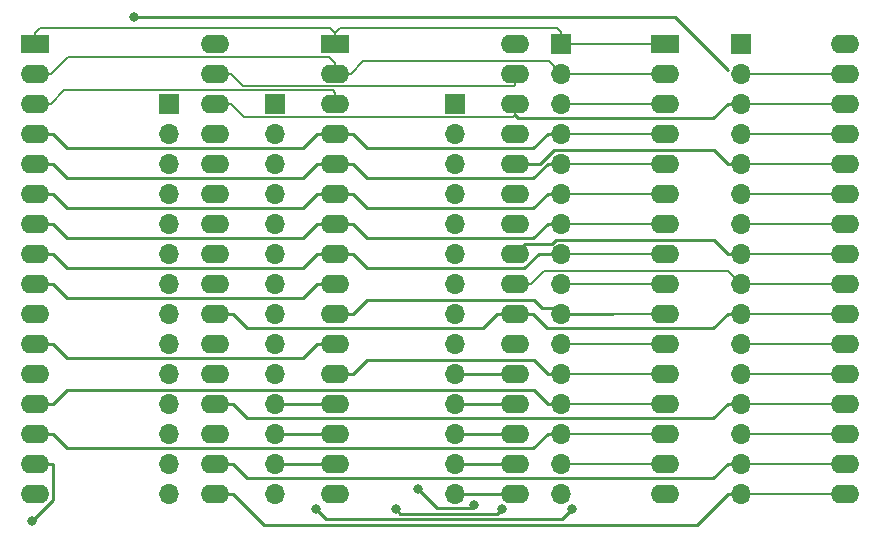
<source format=gbr>
G04 #@! TF.GenerationSoftware,KiCad,Pcbnew,(5.1.5-0-10_14)*
G04 #@! TF.CreationDate,2021-06-27T02:44:24+01:00*
G04 #@! TF.ProjectId,flash-rom-expansion,666c6173-682d-4726-9f6d-2d657870616e,rev?*
G04 #@! TF.SameCoordinates,Original*
G04 #@! TF.FileFunction,Copper,L1,Top*
G04 #@! TF.FilePolarity,Positive*
%FSLAX46Y46*%
G04 Gerber Fmt 4.6, Leading zero omitted, Abs format (unit mm)*
G04 Created by KiCad (PCBNEW (5.1.5-0-10_14)) date 2021-06-27 02:44:24*
%MOMM*%
%LPD*%
G04 APERTURE LIST*
%ADD10O,1.700000X1.700000*%
%ADD11R,1.700000X1.700000*%
%ADD12O,2.400000X1.600000*%
%ADD13R,2.400000X1.600000*%
%ADD14C,0.800000*%
%ADD15C,0.250000*%
%ADD16C,0.130000*%
G04 APERTURE END LIST*
D10*
X108060000Y-99060000D03*
X108060000Y-96520000D03*
X108060000Y-93980000D03*
X108060000Y-91440000D03*
X108060000Y-88900000D03*
X108060000Y-86360000D03*
X108060000Y-83820000D03*
X108060000Y-81280000D03*
X108060000Y-78740000D03*
X108060000Y-76200000D03*
X108060000Y-73660000D03*
X108060000Y-71120000D03*
X108060000Y-68580000D03*
X108060000Y-66040000D03*
X108060000Y-63500000D03*
D11*
X108060000Y-60960000D03*
D10*
X92820000Y-99060000D03*
X92820000Y-96520000D03*
X92820000Y-93980000D03*
X92820000Y-91440000D03*
X92820000Y-88900000D03*
X92820000Y-86360000D03*
X92820000Y-83820000D03*
X92820000Y-81280000D03*
X92820000Y-78740000D03*
X92820000Y-76200000D03*
X92820000Y-73660000D03*
X92820000Y-71120000D03*
X92820000Y-68580000D03*
X92820000Y-66040000D03*
X92820000Y-63500000D03*
D11*
X92820000Y-60960000D03*
D10*
X83820000Y-99080000D03*
X83820000Y-96540000D03*
X83820000Y-94000000D03*
X83820000Y-91460000D03*
X83820000Y-88920000D03*
X83820000Y-86380000D03*
X83820000Y-83840000D03*
X83820000Y-81300000D03*
X83820000Y-78760000D03*
X83820000Y-76220000D03*
X83820000Y-73680000D03*
X83820000Y-71140000D03*
X83820000Y-68600000D03*
D11*
X83820000Y-66060000D03*
D10*
X68580000Y-99080000D03*
X68580000Y-96540000D03*
X68580000Y-94000000D03*
X68580000Y-91460000D03*
X68580000Y-88920000D03*
X68580000Y-86380000D03*
X68580000Y-83840000D03*
X68580000Y-81300000D03*
X68580000Y-78760000D03*
X68580000Y-76220000D03*
X68580000Y-73680000D03*
X68580000Y-71140000D03*
X68580000Y-68600000D03*
D11*
X68580000Y-66060000D03*
D10*
X59580000Y-99080000D03*
X59580000Y-96540000D03*
X59580000Y-94000000D03*
X59580000Y-91460000D03*
X59580000Y-88920000D03*
X59580000Y-86380000D03*
X59580000Y-83840000D03*
X59580000Y-81300000D03*
X59580000Y-78760000D03*
X59580000Y-76220000D03*
X59580000Y-73680000D03*
X59580000Y-71140000D03*
X59580000Y-68600000D03*
D11*
X59580000Y-66060000D03*
D12*
X88900000Y-60960000D03*
X73660000Y-99060000D03*
X88900000Y-63500000D03*
X73660000Y-96520000D03*
X88900000Y-66040000D03*
X73660000Y-93980000D03*
X88900000Y-68580000D03*
X73660000Y-91440000D03*
X88900000Y-71120000D03*
X73660000Y-88900000D03*
X88900000Y-73660000D03*
X73660000Y-86360000D03*
X88900000Y-76200000D03*
X73660000Y-83820000D03*
X88900000Y-78740000D03*
X73660000Y-81280000D03*
X88900000Y-81280000D03*
X73660000Y-78740000D03*
X88900000Y-83820000D03*
X73660000Y-76200000D03*
X88900000Y-86360000D03*
X73660000Y-73660000D03*
X88900000Y-88900000D03*
X73660000Y-71120000D03*
X88900000Y-91440000D03*
X73660000Y-68580000D03*
X88900000Y-93980000D03*
X73660000Y-66040000D03*
X88900000Y-96520000D03*
X73660000Y-63500000D03*
X88900000Y-99060000D03*
D13*
X73660000Y-60960000D03*
D12*
X63500000Y-60960000D03*
X48260000Y-99060000D03*
X63500000Y-63500000D03*
X48260000Y-96520000D03*
X63500000Y-66040000D03*
X48260000Y-93980000D03*
X63500000Y-68580000D03*
X48260000Y-91440000D03*
X63500000Y-71120000D03*
X48260000Y-88900000D03*
X63500000Y-73660000D03*
X48260000Y-86360000D03*
X63500000Y-76200000D03*
X48260000Y-83820000D03*
X63500000Y-78740000D03*
X48260000Y-81280000D03*
X63500000Y-81280000D03*
X48260000Y-78740000D03*
X63500000Y-83820000D03*
X48260000Y-76200000D03*
X63500000Y-86360000D03*
X48260000Y-73660000D03*
X63500000Y-88900000D03*
X48260000Y-71120000D03*
X63500000Y-91440000D03*
X48260000Y-68580000D03*
X63500000Y-93980000D03*
X48260000Y-66040000D03*
X63500000Y-96520000D03*
X48260000Y-63500000D03*
X63500000Y-99060000D03*
D13*
X48260000Y-60960000D03*
D12*
X116840000Y-60960000D03*
X101600000Y-99060000D03*
X116840000Y-63500000D03*
X101600000Y-96520000D03*
X116840000Y-66040000D03*
X101600000Y-93980000D03*
X116840000Y-68580000D03*
X101600000Y-91440000D03*
X116840000Y-71120000D03*
X101600000Y-88900000D03*
X116840000Y-73660000D03*
X101600000Y-86360000D03*
X116840000Y-76200000D03*
X101600000Y-83820000D03*
X116840000Y-78740000D03*
X101600000Y-81280000D03*
X116840000Y-81280000D03*
X101600000Y-78740000D03*
X116840000Y-83820000D03*
X101600000Y-76200000D03*
X116840000Y-86360000D03*
X101600000Y-73660000D03*
X116840000Y-88900000D03*
X101600000Y-71120000D03*
X116840000Y-91440000D03*
X101600000Y-68580000D03*
X116840000Y-93980000D03*
X101600000Y-66040000D03*
X116840000Y-96520000D03*
X101600000Y-63500000D03*
X116840000Y-99060000D03*
D13*
X101600000Y-60960000D03*
D14*
X56606000Y-58709200D03*
X48029800Y-101333500D03*
X80677200Y-98622900D03*
X85436800Y-100049900D03*
X78783900Y-100383600D03*
X87797200Y-100350400D03*
X72030700Y-100351400D03*
X93741100Y-100368900D03*
D15*
X106884700Y-63180100D02*
X102413800Y-58709200D01*
X102413800Y-58709200D02*
X56606000Y-58709200D01*
D16*
X112450000Y-63500000D02*
X116840000Y-63500000D01*
X108060000Y-63500000D02*
X112450000Y-63500000D01*
X48260000Y-66040000D02*
X49590000Y-66040000D01*
X49590000Y-66040000D02*
X50735000Y-64895000D01*
X50735000Y-64895000D02*
X73445000Y-64895000D01*
X73445000Y-64895000D02*
X73660000Y-65110000D01*
X73660000Y-65110000D02*
X73660000Y-66040000D01*
D15*
X48029800Y-101333500D02*
X49785300Y-99578000D01*
X49785300Y-99578000D02*
X49785300Y-96520000D01*
X48260000Y-96520000D02*
X49785300Y-96520000D01*
D16*
X92820000Y-96520000D02*
X101600000Y-96520000D01*
D15*
X108060000Y-66040000D02*
X106884700Y-66040000D01*
D16*
X88900000Y-66970000D02*
X88900000Y-66040000D01*
X63500000Y-66040000D02*
X64830000Y-66040000D01*
X64830000Y-66040000D02*
X65965000Y-67175000D01*
X65965000Y-67175000D02*
X88695000Y-67175000D01*
X88695000Y-67175000D02*
X88900000Y-66970000D01*
D15*
X106884700Y-66040000D02*
X105689400Y-67235300D01*
X105689400Y-67235300D02*
X89165300Y-67235300D01*
X89165300Y-67235300D02*
X88900000Y-66970000D01*
D16*
X108060000Y-66040000D02*
X116840000Y-66040000D01*
D15*
X48260000Y-93980000D02*
X49785300Y-93980000D01*
X92820000Y-93980000D02*
X91644700Y-93980000D01*
X91644700Y-93980000D02*
X90430400Y-95194300D01*
X90430400Y-95194300D02*
X50999600Y-95194300D01*
X50999600Y-95194300D02*
X49785300Y-93980000D01*
D16*
X92820000Y-93980000D02*
X101600000Y-93980000D01*
D15*
X48260000Y-91440000D02*
X49785300Y-91440000D01*
X92820000Y-91440000D02*
X91644700Y-91440000D01*
X91644700Y-91440000D02*
X90476300Y-90271600D01*
X90476300Y-90271600D02*
X50953700Y-90271600D01*
X50953700Y-90271600D02*
X49785300Y-91440000D01*
D16*
X92820000Y-91440000D02*
X101600000Y-91440000D01*
D15*
X108060000Y-71120000D02*
X106884700Y-71120000D01*
X106884700Y-71120000D02*
X105701700Y-69937000D01*
X105701700Y-69937000D02*
X92190800Y-69937000D01*
X92190800Y-69937000D02*
X91007800Y-71120000D01*
X91007800Y-71120000D02*
X88900000Y-71120000D01*
D16*
X108060000Y-71120000D02*
X116840000Y-71120000D01*
D15*
X92820000Y-88900000D02*
X91644700Y-88900000D01*
X73660000Y-88900000D02*
X75185300Y-88900000D01*
X75185300Y-88900000D02*
X76342100Y-87743200D01*
X76342100Y-87743200D02*
X90487900Y-87743200D01*
X90487900Y-87743200D02*
X91644700Y-88900000D01*
D16*
X92820000Y-88900000D02*
X101600000Y-88900000D01*
X108060000Y-73660000D02*
X116840000Y-73660000D01*
D15*
X48260000Y-86360000D02*
X49785300Y-86360000D01*
X73660000Y-86360000D02*
X72134700Y-86360000D01*
X72134700Y-86360000D02*
X70925400Y-87569300D01*
X70925400Y-87569300D02*
X50994600Y-87569300D01*
X50994600Y-87569300D02*
X49785300Y-86360000D01*
D16*
X92820000Y-86360000D02*
X101600000Y-86360000D01*
X108060000Y-76200000D02*
X116840000Y-76200000D01*
D15*
X73660000Y-83820000D02*
X75185300Y-83820000D01*
X97210000Y-83820000D02*
X93172000Y-83820000D01*
X93172000Y-83820000D02*
X92721600Y-83369600D01*
X92721600Y-83369600D02*
X91210600Y-83369600D01*
X91210600Y-83369600D02*
X90485700Y-82644700D01*
X90485700Y-82644700D02*
X76360600Y-82644700D01*
X76360600Y-82644700D02*
X75185300Y-83820000D01*
D16*
X97210000Y-83820000D02*
X101600000Y-83820000D01*
X92820000Y-83820000D02*
X97210000Y-83820000D01*
D15*
X108060000Y-78740000D02*
X106884700Y-78740000D01*
X106884700Y-78740000D02*
X105709300Y-77564600D01*
X105709300Y-77564600D02*
X92333100Y-77564600D01*
X92333100Y-77564600D02*
X91989400Y-77908300D01*
X91989400Y-77908300D02*
X89731700Y-77908300D01*
X89731700Y-77908300D02*
X88900000Y-78740000D01*
D16*
X108060000Y-78740000D02*
X116840000Y-78740000D01*
X92820000Y-81280000D02*
X101600000Y-81280000D01*
D15*
X73660000Y-81280000D02*
X72134700Y-81280000D01*
X48260000Y-81280000D02*
X49785300Y-81280000D01*
X49785300Y-81280000D02*
X50994500Y-82489200D01*
X50994500Y-82489200D02*
X70925500Y-82489200D01*
X70925500Y-82489200D02*
X72134700Y-81280000D01*
X85436800Y-100049900D02*
X85215800Y-100270900D01*
X85215800Y-100270900D02*
X82325200Y-100270900D01*
X82325200Y-100270900D02*
X80677200Y-98622900D01*
D16*
X88900000Y-81280000D02*
X90230000Y-81280000D01*
X90230000Y-81280000D02*
X91345000Y-80165000D01*
X91345000Y-80165000D02*
X106945000Y-80165000D01*
X106945000Y-80165000D02*
X108060000Y-81280000D01*
X108060000Y-81280000D02*
X116840000Y-81280000D01*
D15*
X73660000Y-78740000D02*
X72134700Y-78740000D01*
X48260000Y-78740000D02*
X49785300Y-78740000D01*
X49785300Y-78740000D02*
X50994600Y-79949300D01*
X50994600Y-79949300D02*
X70925400Y-79949300D01*
X70925400Y-79949300D02*
X72134700Y-78740000D01*
X73660000Y-78740000D02*
X75185300Y-78740000D01*
X92820000Y-78740000D02*
X90891500Y-78740000D01*
X90891500Y-78740000D02*
X89682200Y-79949300D01*
X89682200Y-79949300D02*
X76394600Y-79949300D01*
X76394600Y-79949300D02*
X75185300Y-78740000D01*
D16*
X92820000Y-78740000D02*
X101600000Y-78740000D01*
D15*
X88900000Y-83820000D02*
X87374700Y-83820000D01*
X63500000Y-83820000D02*
X65025300Y-83820000D01*
X65025300Y-83820000D02*
X66234600Y-85029300D01*
X66234600Y-85029300D02*
X86165400Y-85029300D01*
X86165400Y-85029300D02*
X87374700Y-83820000D01*
X88900000Y-83820000D02*
X90425300Y-83820000D01*
X108060000Y-83820000D02*
X106884700Y-83820000D01*
X106884700Y-83820000D02*
X105690800Y-85013900D01*
X105690800Y-85013900D02*
X91619200Y-85013900D01*
X91619200Y-85013900D02*
X90425300Y-83820000D01*
D16*
X108060000Y-83820000D02*
X116840000Y-83820000D01*
D15*
X73660000Y-76200000D02*
X75185300Y-76200000D01*
X92820000Y-76200000D02*
X91644700Y-76200000D01*
X91644700Y-76200000D02*
X90449400Y-77395300D01*
X90449400Y-77395300D02*
X76380600Y-77395300D01*
X76380600Y-77395300D02*
X75185300Y-76200000D01*
D16*
X92820000Y-76200000D02*
X101600000Y-76200000D01*
D15*
X48260000Y-76200000D02*
X49785300Y-76200000D01*
X73660000Y-76200000D02*
X72134700Y-76200000D01*
X72134700Y-76200000D02*
X70925400Y-77409300D01*
X70925400Y-77409300D02*
X50994600Y-77409300D01*
X50994600Y-77409300D02*
X49785300Y-76200000D01*
D16*
X108060000Y-86360000D02*
X116840000Y-86360000D01*
D15*
X48260000Y-73660000D02*
X49785300Y-73660000D01*
X92820000Y-73660000D02*
X91644700Y-73660000D01*
X73660000Y-73660000D02*
X72134700Y-73660000D01*
X72134700Y-73660000D02*
X70925400Y-74869300D01*
X70925400Y-74869300D02*
X50994600Y-74869300D01*
X50994600Y-74869300D02*
X49785300Y-73660000D01*
X74422700Y-73660000D02*
X73660000Y-73660000D01*
X74422700Y-73660000D02*
X75185300Y-73660000D01*
X91644700Y-73660000D02*
X90435400Y-74869300D01*
X90435400Y-74869300D02*
X76394600Y-74869300D01*
X76394600Y-74869300D02*
X75185300Y-73660000D01*
D16*
X92820000Y-73660000D02*
X101600000Y-73660000D01*
D15*
X78783900Y-100383600D02*
X79177800Y-100777500D01*
X79177800Y-100777500D02*
X87370100Y-100777500D01*
X87370100Y-100777500D02*
X87797200Y-100350400D01*
D16*
X108060000Y-88900000D02*
X116840000Y-88900000D01*
D15*
X92820000Y-71120000D02*
X91644700Y-71120000D01*
X73660000Y-71120000D02*
X75185300Y-71120000D01*
X91644700Y-71120000D02*
X90435400Y-72329300D01*
X90435400Y-72329300D02*
X76394600Y-72329300D01*
X76394600Y-72329300D02*
X75185300Y-71120000D01*
D16*
X92820000Y-71120000D02*
X101600000Y-71120000D01*
D15*
X73660000Y-71120000D02*
X72134700Y-71120000D01*
X48260000Y-71120000D02*
X49785300Y-71120000D01*
X49785300Y-71120000D02*
X50994600Y-72329300D01*
X50994600Y-72329300D02*
X70925400Y-72329300D01*
X70925400Y-72329300D02*
X72134700Y-71120000D01*
X63500000Y-91440000D02*
X65025300Y-91440000D01*
X108060000Y-91440000D02*
X106884700Y-91440000D01*
X106884700Y-91440000D02*
X105675600Y-92649100D01*
X105675600Y-92649100D02*
X66234400Y-92649100D01*
X66234400Y-92649100D02*
X65025300Y-91440000D01*
D16*
X108060000Y-91440000D02*
X116840000Y-91440000D01*
D15*
X73660000Y-68580000D02*
X75185300Y-68580000D01*
X92820000Y-68580000D02*
X91644700Y-68580000D01*
X91644700Y-68580000D02*
X90435400Y-69789300D01*
X90435400Y-69789300D02*
X76394600Y-69789300D01*
X76394600Y-69789300D02*
X75185300Y-68580000D01*
D16*
X92820000Y-68580000D02*
X101600000Y-68580000D01*
D15*
X73660000Y-68580000D02*
X72134700Y-68580000D01*
X48260000Y-68580000D02*
X49785300Y-68580000D01*
X49785300Y-68580000D02*
X50994600Y-69789300D01*
X50994600Y-69789300D02*
X70925400Y-69789300D01*
X70925400Y-69789300D02*
X72134700Y-68580000D01*
X93741100Y-100368900D02*
X92882200Y-101227800D01*
X92882200Y-101227800D02*
X72907100Y-101227800D01*
X72907100Y-101227800D02*
X72030700Y-100351400D01*
D16*
X108060000Y-93980000D02*
X116840000Y-93980000D01*
X92820000Y-66040000D02*
X101600000Y-66040000D01*
D15*
X63500000Y-96520000D02*
X65025300Y-96520000D01*
X108060000Y-96520000D02*
X106884700Y-96520000D01*
X106884700Y-96520000D02*
X105675400Y-97729300D01*
X105675400Y-97729300D02*
X66234600Y-97729300D01*
X66234600Y-97729300D02*
X65025300Y-96520000D01*
D16*
X108060000Y-96520000D02*
X116840000Y-96520000D01*
X92820000Y-63500000D02*
X101600000Y-63500000D01*
X73660000Y-63500000D02*
X74990000Y-63500000D01*
X74990000Y-63500000D02*
X76055000Y-62435000D01*
X76055000Y-62435000D02*
X91755000Y-62435000D01*
X91755000Y-62435000D02*
X92820000Y-63500000D01*
X48260000Y-63500000D02*
X49590000Y-63500000D01*
X49590000Y-63500000D02*
X51045000Y-62045000D01*
X51045000Y-62045000D02*
X73135000Y-62045000D01*
X73135000Y-62045000D02*
X73660000Y-62570000D01*
X73660000Y-62570000D02*
X73660000Y-63500000D01*
D15*
X65025300Y-99060000D02*
X67643400Y-101678100D01*
X67643400Y-101678100D02*
X104266600Y-101678100D01*
X104266600Y-101678100D02*
X106884700Y-99060000D01*
X63500000Y-99060000D02*
X65025300Y-99060000D01*
X108060000Y-99060000D02*
X106884700Y-99060000D01*
D16*
X108060000Y-99060000D02*
X116840000Y-99060000D01*
X92820000Y-60960000D02*
X101600000Y-60960000D01*
X73660000Y-60030000D02*
X74047000Y-59643000D01*
X74047000Y-59643000D02*
X92483000Y-59643000D01*
X92483000Y-59643000D02*
X92820000Y-59980000D01*
X92820000Y-59980000D02*
X92820000Y-60960000D01*
X48260000Y-60960000D02*
X48260000Y-60030000D01*
X48260000Y-60030000D02*
X48689000Y-59601000D01*
X48689000Y-59601000D02*
X73231000Y-59601000D01*
X73231000Y-59601000D02*
X73660000Y-60030000D01*
X73660000Y-60030000D02*
X73660000Y-60960000D01*
X108060000Y-68580000D02*
X116840000Y-68580000D01*
X63500000Y-63500000D02*
X64830000Y-63500000D01*
X64830000Y-63500000D02*
X65895000Y-64565000D01*
X65895000Y-64565000D02*
X88765000Y-64565000D01*
X88765000Y-64565000D02*
X88900000Y-64430000D01*
X88900000Y-64430000D02*
X88900000Y-63500000D01*
D15*
X68580000Y-96540000D02*
X69755300Y-96540000D01*
X73660000Y-96520000D02*
X69775300Y-96520000D01*
X69775300Y-96520000D02*
X69755300Y-96540000D01*
X68580000Y-94000000D02*
X69755300Y-94000000D01*
X73660000Y-93980000D02*
X69775300Y-93980000D01*
X69775300Y-93980000D02*
X69755300Y-94000000D01*
X68580000Y-91460000D02*
X69755300Y-91460000D01*
X73660000Y-91440000D02*
X69775300Y-91440000D01*
X69775300Y-91440000D02*
X69755300Y-91460000D01*
X83820000Y-88920000D02*
X84995300Y-88920000D01*
X88900000Y-88900000D02*
X85015300Y-88900000D01*
X85015300Y-88900000D02*
X84995300Y-88920000D01*
X83820000Y-91460000D02*
X84995300Y-91460000D01*
X88900000Y-91440000D02*
X85015300Y-91440000D01*
X85015300Y-91440000D02*
X84995300Y-91460000D01*
X83820000Y-94000000D02*
X84995300Y-94000000D01*
X88900000Y-93980000D02*
X85015300Y-93980000D01*
X85015300Y-93980000D02*
X84995300Y-94000000D01*
X83820000Y-96540000D02*
X84995300Y-96540000D01*
X88900000Y-96520000D02*
X85015300Y-96520000D01*
X85015300Y-96520000D02*
X84995300Y-96540000D01*
X88900000Y-99060000D02*
X87374700Y-99060000D01*
X87374700Y-99060000D02*
X85015300Y-99060000D01*
X85015300Y-99060000D02*
X84995300Y-99080000D01*
X83820000Y-99080000D02*
X84995300Y-99080000D01*
M02*

</source>
